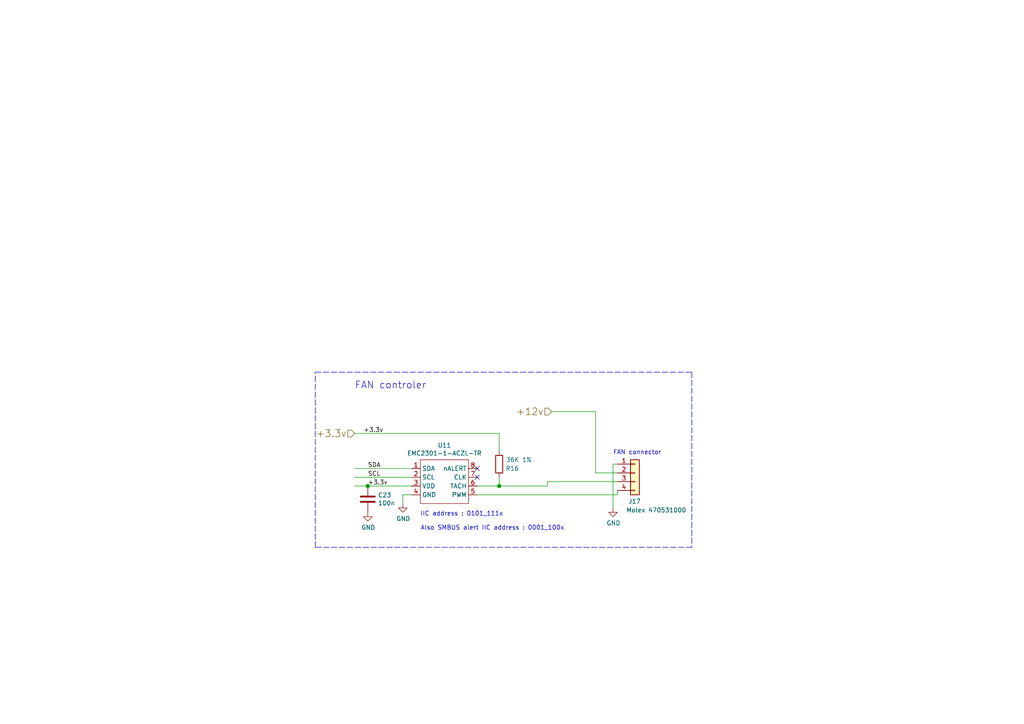
<source format=kicad_sch>
(kicad_sch (version 20211123) (generator eeschema)
  (paper "A4")
  (title_block (title "Compute Module 4 IO Board - RTC - FAN") (rev "1") (comment 1 "https://github.com/skot/bitcart.git"))
  (lib_symbols
    (symbol "CM4IO:EMC2301"
      (property "Reference" "U" (at -7.62 13.97 0))
      (property "Value" "EMC2301" (at -1.27 -1.27 0))
      (symbol "EMC2301_0_0"
        (pin open_collector line (at -11.43 10.16 0) (length 2.54) (name "SDA") (number "1"))
        (pin open_collector line (at -11.43 7.62 0) (length 2.54) (name "SCL") (number "2"))
        (pin power_in line (at -11.43 5.08 0) (length 2.54) (name "VDD") (number "3"))
        (pin power_in line (at -11.43 2.54 0) (length 2.54) (name "GND") (number "4"))
        (pin output line (at 7.62 2.54 180) (length 2.54) (name "PWM") (number "5"))
        (pin input line (at 7.62 5.08 180) (length 2.54) (name "TACH") (number "6"))
        (pin input line (at 7.62 7.62 180) (length 2.54) (name "CLK") (number "7"))
        (pin open_collector line (at 7.62 10.16 180) (length 2.54) (name "nALERT") (number "8"))
      )
      (symbol "EMC2301_0_1"
        (rectangle (start -8.89 12.7) (end 5.08 0))
      )
    )
    (symbol "Connector_Generic:Conn_01x04" (pin_names hide)
      (property "Reference" "J" (at 0 5.08 0))
      (property "Value" "Conn_01x04" (at 0 -7.62 0))
      (symbol "Conn_01x04_1_1"
        (rectangle (start -1.27 -4.953) (end 0 -5.207))
        (rectangle (start -1.27 -2.413) (end 0 -2.667))
        (rectangle (start -1.27 0.127) (end 0 -0.127))
        (rectangle (start -1.27 2.667) (end 0 2.413))
        (rectangle (start -1.27 3.81) (end 1.27 -6.35) (stroke (width 0.254)) (fill (type background)))
        (pin passive line (at -5.08 2.54 0) (length 3.81) (name "Pin_1") (number "1"))
        (pin passive line (at -5.08 0 0) (length 3.81) (name "Pin_2") (number "2"))
        (pin passive line (at -5.08 -2.54 0) (length 3.81) (name "Pin_3") (number "3"))
        (pin passive line (at -5.08 -5.08 0) (length 3.81) (name "Pin_4") (number "4"))
      )
    )
    (symbol "Device:C" (pin_numbers hide) (pin_names (offset 0.254))
      (property "Reference" "C" (at 0.635 2.54 0))
      (property "Value" "C" (at 0.635 -2.54 0))
      (symbol "C_0_1"
        (polyline (pts (xy -2.032 -0.762) (xy 2.032 -0.762)) (stroke (width 0.508)))
        (polyline (pts (xy -2.032 0.762) (xy 2.032 0.762)) (stroke (width 0.508)))
      )
      (symbol "C_1_1"
        (pin passive line (at 0 3.81 270) (length 2.794) (name "~") (number "1"))
        (pin passive line (at 0 -3.81 90) (length 2.794) (name "~") (number "2"))
      )
    )
    (symbol "Device:R" (pin_numbers hide) (pin_names (offset 0))
      (property "Reference" "R" (at 2.032 0 90))
      (property "Value" "R" (at 0 0 90))
      (symbol "R_0_1"
        (rectangle (start -1.016 -2.54) (end 1.016 2.54) (stroke (width 0.254)))
      )
      (symbol "R_1_1"
        (pin passive line (at 0 3.81 270) (length 1.27) (name "~") (number "1"))
        (pin passive line (at 0 -3.81 90) (length 1.27) (name "~") (number "2"))
      )
    )
    (symbol "power:GND" (power) (pin_names (offset 0))
      (property "Value" "GND" (at 0 -3.81 0))
      (symbol "GND_0_1"
        (polyline (pts (xy 0 0) (xy 0 -1.27) (xy 1.27 -1.27) (xy 0 -2.54) (xy -1.27 -1.27) (xy 0 -1.27)))
      )
      (symbol "GND_1_1"
        (pin power_in line (at 0 0 270) (length 0) hide (name "GND") (number "1"))
      )
    )
  )
  (junction (at 144.78 140.97) (diameter 1.016))
  (junction (at 106.68 140.97) (diameter 1.016))
  (no_connect (at 138.43 138.43))
  (no_connect (at 138.43 135.89))
  (wire (pts (xy 116.84 143.51) (xy 116.84 146.05)))
  (wire (pts (xy 102.87 125.73) (xy 144.78 125.73)))
  (wire (pts (xy 106.68 140.97) (xy 102.87 140.97)))
  (polyline (pts (xy 200.66 158.75) (xy 91.44 158.75)) (stroke (width 0) (type dash)))
  (wire (pts (xy 172.72 119.38) (xy 172.72 137.16)))
  (wire (pts (xy 144.78 125.73) (xy 144.78 130.81)))
  (wire (pts (xy 144.78 140.97) (xy 158.75 140.97)))
  (polyline (pts (xy 91.44 107.95) (xy 200.66 107.95)) (stroke (width 0) (type dash)))
  (wire (pts (xy 179.07 143.51) (xy 179.07 142.24)))
  (wire (pts (xy 179.07 137.16) (xy 172.72 137.16)))
  (polyline (pts (xy 200.66 107.95) (xy 200.66 158.75)) (stroke (width 0) (type dash)))
  (wire (pts (xy 119.38 143.51) (xy 116.84 143.51)))
  (wire (pts (xy 144.78 140.97) (xy 144.78 138.43)))
  (wire (pts (xy 179.07 139.7) (xy 158.75 139.7)))
  (wire (pts (xy 138.43 143.51) (xy 179.07 143.51)))
  (wire (pts (xy 138.43 140.97) (xy 144.78 140.97)))
  (wire (pts (xy 158.75 139.7) (xy 158.75 140.97)))
  (wire (pts (xy 179.07 134.62) (xy 177.8 134.62)))
  (polyline (pts (xy 91.44 158.75) (xy 91.44 107.95)) (stroke (width 0) (type dash)))
  (wire (pts (xy 119.38 135.89) (xy 102.87 135.89)))
  (wire (pts (xy 119.38 140.97) (xy 106.68 140.97)))
  (wire (pts (xy 119.38 138.43) (xy 102.87 138.43)))
  (wire (pts (xy 177.8 134.62) (xy 177.8 147.32)))
  (wire (pts (xy 172.72 119.38) (xy 160.02 119.38)))
  (text "Also SMBUS alert IIC address : 0001_100x" (at 121.9454 153.9494 0) (effects (font (size 1.27 1.27)) (justify left bottom)))
  (text "IIC address : 0101_111x" (at 121.92 149.86 0) (effects (font (size 1.27 1.27)) (justify left bottom)))
  (text "FAN controler" (at 102.87 113.03 0) (effects (font (size 2.0066 2.0066)) (justify left bottom)))
  (text "FAN connector\n" (at 177.8 132.08 0) (effects (font (size 1.27 1.27)) (justify left bottom)))
  (label "SCL" (at 106.68 138.43 0))
  (label "SDA" (at 106.68 135.89 0))
  (label "+3.3v" (at 105.41 125.73 0))
  (label "+3.3v" (at 106.68 140.97 0))
  (hierarchical_label "+3.3v" (shape input) (at 102.87 125.73 180) (effects (font (size 2.0066 2.0066))))
  (hierarchical_label "+12v" (shape input) (at 160.02 119.38 180) (effects (font (size 2.0066 2.0066))))
  (symbol (lib_id "CM4IO:EMC2301") (at 130.81 146.05 0) (unit 1)
    (property "Reference" "U11" (at 128.905 129.159 0))
    (property "Value" "EMC2301-1-ACZL-TR" (at 128.905 131.4704 0))
    (property "Footprint" "Package_SO:SOIC-8_5.23x5.23mm_P1.27mm" (effects hide))
    (property "Datasheet" "https://ww1.microchip.com/downloads/en/DeviceDoc/2301.pdf" (effects hide))
    (property "Field4" "Digikey" (effects hide))
    (property "Field5" "EMC2301-1-ACZL-CT-ND" (effects hide))
    (property "Field6" "EMC2301-1-ACZL-TR" (effects hide))
    (property "Field7" "Microchip" (effects hide))
    (property "Part Description" "Motor Driver PWM 8-MSOP" (effects hide))
  )
  (symbol (lib_id "Device:C") (at 106.68 144.78 0) (unit 1)
    (property "Reference" "C23" (at 109.601 143.6116 0) (effects (justify left)))
    (property "Value" "100n" (at 109.601 145.923 0) (effects (justify left)))
    (property "Footprint" "Capacitor_SMD:C_0402_1005Metric" (effects hide))
    (property "Datasheet" "https://search.murata.co.jp/Ceramy/image/img/A01X/G101/ENG/GRM155R71C104KA88-01.pdf" (effects hide))
    (property "Field4" "Farnell" (effects hide))
    (property "Field5" "2611911" (effects hide))
    (property "Field6" "RM EMK105 B7104KV-F" (effects hide))
    (property "Field7" "TAIYO YUDEN EUROPE GMBH" (effects hide))
    (property "Part Description" "	0.1uF 10% 16V Ceramic Capacitor X7R 0402 (1005 Metric)" (effects hide))
    (property "Field8" "110091611" (effects hide))
  )
  (symbol (lib_id "power:GND") (at 106.68 148.59 0) (unit 1)
    (property "Reference" "#PWR032" (effects hide))
    (property "Value" "GND" (at 106.807 152.9842 0))
  )
  (symbol (lib_id "Connector_Generic:Conn_01x04") (at 184.15 137.16 0) (unit 1)
    (property "Reference" "J17" (at 182.245 145.415 0) (effects (justify left)))
    (property "Value" "Molex 470531000" (at 181.61 147.955 0) (effects (justify left)))
    (property "Footprint" "Connector:FanPinHeader_1x04_P2.54mm_Vertical" (effects hide))
    (property "Datasheet" "https://www.molex.com/pdm_docs/sd/470531000_sd.pdf" (effects hide))
    (property "Field4" "Farnell" (effects hide))
    (property "Field5" "	2313705" (effects hide))
    (property "Field6" "470531000" (effects hide))
    (property "Field7" "Molex" (effects hide))
    (property "Part Description" "	Connector Header Through Hole 4 position 0.100\" (2.54mm)" (effects hide))
  )
  (symbol (lib_id "Device:R") (at 144.78 134.62 180) (unit 1)
    (property "Reference" "R16" (at 148.59 135.89 0))
    (property "Value" "36K 1%" (at 150.495 133.35 0))
    (property "Footprint" "Resistor_SMD:R_0402_1005Metric" (effects hide))
    (property "Datasheet" "https://fscdn.rohm.com/en/products/databook/datasheet/passive/resistor/chip_resistor/mcr-e.pdf" (effects hide))
    (property "Field4" "Farnell" (effects hide))
    (property "Field5" "1458788" (effects hide))
    (property "Field7" "Rohm" (effects hide))
    (property "Field6" "MCR01MZPF3602" (effects hide))
    (property "Part Description" "Resistor 36K M1005 1% 63mW" (effects hide))
  )
  (symbol (lib_id "power:GND") (at 177.8 147.32 0) (unit 1)
    (property "Reference" "#PWR035" (effects hide))
    (property "Value" "GND" (at 177.927 151.7142 0))
  )
  (symbol (lib_id "power:GND") (at 116.84 146.05 0) (unit 1)
    (property "Reference" "#PWR033" (effects hide))
    (property "Value" "GND" (at 116.967 150.4442 0))
  )
)
</source>
